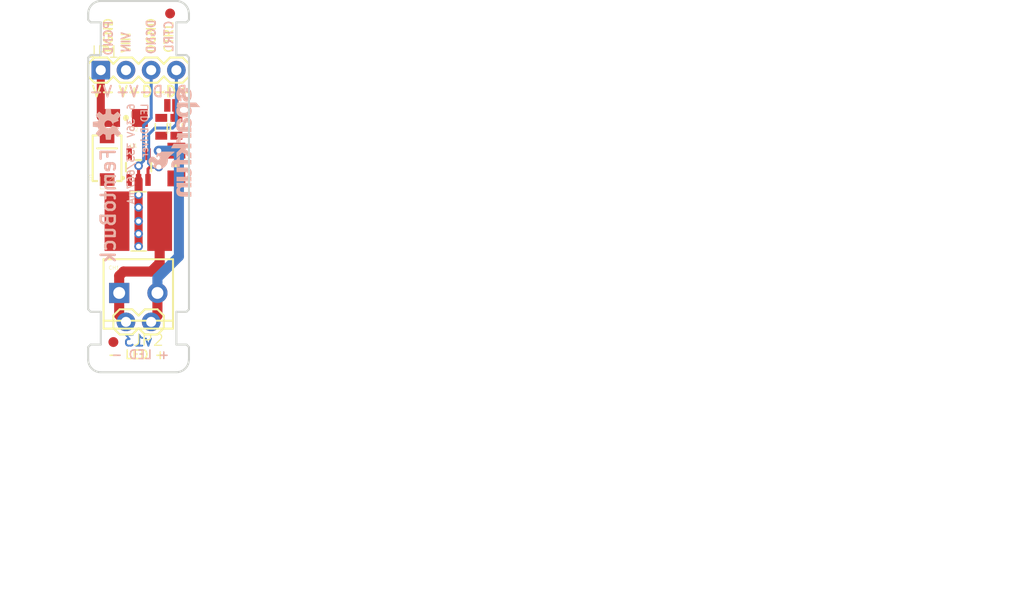
<source format=kicad_pcb>
(kicad_pcb (version 20211014) (generator pcbnew)
  (layers (0 "F.Cu" signal) (1 "In1.Cu" signal) (2 "In2.Cu" signal) (31 "B.Cu" signal) (34 "B.Paste" user) (35 "F.Paste" user) (36 "B.SilkS" user "B.Silkscreen") (37 "F.SilkS" user "F.Silkscreen") (38 "B.Mask" user) (39 "F.Mask" user) (44 "Edge.Cuts" user))
  (net 0 "")
  (net 1 "GND")
  (net 2 "VIN")
  (net 3 "OUT-")
  (net 4 "OUT+")
  (net 5 "SW")
  (net 6 "CTRL_CH1")
  (net 7 "N$1")
  (footprint "boardEagle:1X02@1" (layer "F.Cu") (at 149.7711 118.6511 180)
    (fp_text reference "JP2" (at -1.3462 -1.8288) (layer "F.SilkS") (effects (font (size 1.1557 1.1557) (thickness 0.1143)) (justify right)))
    (fp_text value "M02PTH")
    (fp_line (start -0.635 -1.27) (end -1.27 -0.635) (layer "F.SilkS") (width 0.2032))
    (fp_line (start 3.175 -1.27) (end 3.81 -0.635) (layer "F.SilkS") (width 0.2032))
    (fp_line (start -1.27 -0.635) (end -1.27 0.635) (layer "F.SilkS") (width 0.2032))
    (fp_line (start 0.635 1.27) (end -0.635 1.27) (layer "F.SilkS") (width 0.2032))
    (fp_line (start 1.27 -0.635) (end 1.905 -1.27) (layer "F.SilkS") (width 0.2032))
    (fp_line (start 3.81 0.635) (end 3.175 1.27) (layer "F.SilkS") (width 0.2032))
    (fp_line (start 1.905 1.27) (end 1.27 0.635) (layer "F.SilkS") (width 0.2032))
    (fp_line (start 3.81 -0.635) (end 3.81 0.635) (layer "F.SilkS") (width 0.2032))
    (fp_line (start 3.175 1.27) (end 1.905 1.27) (layer "F.SilkS") (width 0.2032))
    (fp_line (start -1.27 0.635) (end -0.635 1.27) (layer "F.SilkS") (width 0.2032))
    (fp_line (start 1.905 -1.27) (end 3.175 -1.27) (layer "F.SilkS") (width 0.2032))
    (fp_line (start 1.27 0.635) (end 0.635 1.27) (layer "F.SilkS") (width 0.2032))
    (fp_line (start -0.635 -1.27) (end 0.635 -1.27) (layer "F.SilkS") (width 0.2032))
    (fp_line (start 0.635 -1.27) (end 1.27 -0.635) (layer "F.SilkS") (width 0.2032))
    (pad "1" thru_hole circle (at 0 0 270) (size 1.8796 1.8796) (drill 1.016) (layers *.Cu *.Mask) (net 4 "OUT+"))
    (pad "2" thru_hole circle (at 2.54 0 270) (size 1.8796 1.8796) (drill 1.016) (layers *.Cu *.Mask) (net 3 "OUT-"))
  )
  (footprint "boardEagle:SMA-DIODE" (layer "F.Cu") (at 145.3261 102.1411 90)
    (fp_text reference "D1" (at -2.286 -1.651 90) (layer "F.SilkS") (effects (font (size 0.376489 0.376489) (thickness 0.029911)) (justify left)))
    (fp_text value "MBRA140")
    (fp_line (start -2.3 -1.45) (end 2.3 -1.45) (layer "F.SilkS") (width 0.2032))
    (fp_line (start -2.3 1.45) (end -2.3 1) (layer "F.SilkS") (width 0.2032))
    (fp_line (start -2.3 -1) (end -2.3 -1.45) (layer "F.SilkS") (width 0.2032))
    (fp_line (start 2.3 1.45) (end -2.3 1.45) (layer "F.SilkS") (width 0.2032))
    (fp_line (start 1 -1) (end 1 1) (layer "F.SilkS") (width 0.2032))
    (fp_line (start 2.3 1) (end 2.3 1.45) (layer "F.SilkS") (width 0.2032))
    (fp_line (start 2.3 -1.45) (end 2.3 -1) (layer "F.SilkS") (width 0.2032))
    (pad "A" smd rect (at -2.15 0 270) (size 1.27 1.47) (layers "F.Cu" "F.Paste" "F.Mask") (net 5 "SW"))
    (pad "C" smd rect (at 2.15 0 90) (size 1.27 1.47) (layers "F.Cu" "F.Paste" "F.Mask") (net 2 "VIN"))
  )
  (footprint "boardEagle:0805" (layer "F.Cu") (at 150.7871 98.9661 -90)
    (fp_text reference "R2" (at -0.762 -0.8255 90) (layer "F.SilkS") (effects (font (size 0.376489 0.376489) (thickness 0.029911)) (justify right)))
    (fp_text value "0.3R")
    (fp_line (start -0.3 0.6) (end 0.3 0.6) (layer "F.SilkS") (width 0.1524))
    (fp_line (start -0.3 -0.6) (end 0.3 -0.6) (layer "F.SilkS") (width 0.1524))
    (pad "1" smd rect (at -0.9 0 270) (size 0.8 1.2) (layers "F.Cu" "F.Paste" "F.Mask") (net 2 "VIN"))
    (pad "2" smd rect (at 0.9 0 270) (size 0.8 1.2) (layers "F.Cu" "F.Paste" "F.Mask") (net 4 "OUT+"))
  )
  (footprint "boardEagle:SMT-JUMPER_2_NO_NO-SILK" (layer "F.Cu") (at 151.8031 96.8071)
    (fp_text reference "SJ2" (at -0.908 -1.27) (layer "F.SilkS") (effects (font (size 0.367386 0.367386) (thickness 0.039014)) (justify left)))
    (fp_text value "NO Jumper")
    (pad "1" smd rect (at -0.4064 0) (size 0.635 1.27) (layers "F.Cu" "F.Mask") (net 2 "VIN"))
    (pad "2" smd rect (at 0.4064 0) (size 0.635 1.27) (layers "F.Cu" "F.Mask") (net 7 "N$1"))
  )
  (footprint "boardEagle:0805" (layer "F.Cu") (at 152.3111 98.9661 90)
    (fp_text reference "R1" (at -0.762 -0.8255 90) (layer "F.SilkS") (effects (font (size 0.376489 0.376489) (thickness 0.029911)) (justify left)))
    (fp_text value "0.3R")
    (fp_line (start -0.3 0.6) (end 0.3 0.6) (layer "F.SilkS") (width 0.1524))
    (fp_line (start -0.3 -0.6) (end 0.3 -0.6) (layer "F.SilkS") (width 0.1524))
    (pad "1" smd rect (at -0.9 0 90) (size 0.8 1.2) (layers "F.Cu" "F.Paste" "F.Mask") (net 4 "OUT+"))
    (pad "2" smd rect (at 0.9 0 90) (size 0.8 1.2) (layers "F.Cu" "F.Paste" "F.Mask") (net 7 "N$1"))
  )
  (footprint "boardEagle:1206-CAP" (layer "F.Cu") (at 152.3111 102.7761 -90)
    (fp_text reference "C1" (at -1.27 -1.143 90) (layer "F.SilkS") (effects (font (size 0.376489 0.376489) (thickness 0.029911)) (justify right)))
    (fp_text value "1uF")
    (fp_line (start 0 -0.0305) (end 0 0.0305) (layer "F.SilkS") (width 0.5588))
    (pad "1" smd rect (at -1.4 0 270) (size 1.6 1.8) (layers "F.Cu" "F.Paste" "F.Mask") (net 4 "OUT+"))
    (pad "2" smd rect (at 1.4 0 270) (size 1.6 1.8) (layers "F.Cu" "F.Paste" "F.Mask") (net 3 "OUT-"))
  )
  (footprint "boardEagle:SOT23-5" (layer "F.Cu") (at 148.5011 103.0301)
    (fp_text reference "U1" (at -0.889 -2.159) (layer "F.SilkS") (effects (font (size 0.367386 0.367386) (thickness 0.039014)) (justify left)))
    (fp_text value "AL8860" hide)
    (fp_line (start 1.27 -0.4294) (end 1.27 0.4294) (layer "F.SilkS") (width 0.2032))
    (fp_line (start -1.27 0.4294) (end -1.27 -0.4294) (layer "F.SilkS") (width 0.2032))
    (fp_line (start -0.2684 -0.7088) (end 0.2684 -0.7088) (layer "F.SilkS") (width 0.2032))
    (fp_poly (pts (xy -1.475255 0.916835) (xy -1.393085 0.999005) (xy -1.36301 1.11125) (xy -1.393085 1.223495) (xy -1.475255 1.305665) (xy -1.5875 1.33574) (xy -1.699745 1.305665) (xy -1.781915 1.223495) (xy -1.81199 1.11125) (xy -1.781915 0.999005) (xy -1.699745 0.916835) (xy -1.5875 0.88676)) (layer "F.SilkS") (width 0) (fill solid))
    (pad "1" smd rect (at -0.95 1.3001) (size 0.55 1.2) (layers "F.Cu" "F.Paste" "F.Mask") (net 5 "SW"))
    (pad "2" smd rect (at 0 1.3001) (size 0.55 1.2) (layers "F.Cu" "F.Paste" "F.Mask") (net 1 "GND"))
    (pad "3" smd rect (at 0.95 1.3001) (size 0.55 1.2) (layers "F.Cu" "F.Paste" "F.Mask") (net 6 "CTRL_CH1"))
    (pad "4" smd rect (at 0.95 -1.3001) (size 0.55 1.2) (layers "F.Cu" "F.Paste" "F.Mask") (net 4 "OUT+"))
    (pad "5" smd rect (at -0.95 -1.3001) (size 0.55 1.2) (layers "F.Cu" "F.Paste" "F.Mask") (net 2 "VIN"))
  )
  (footprint "boardEagle:FIDUCIAL-1X2" (layer "F.Cu") (at 145.9611 120.6831)
    (fp_text reference "FID2" hide)
    (fp_text value "FIDUCIAL1X2" hide)
    (pad "1" smd roundrect (at 0 0) (size 1 1) (layers "F.Cu" "F.Mask") (roundrect_rratio 0.5))
  )
  (footprint "boardEagle:SCREWTERMINAL-3.5MM-2_LOCK" (layer "F.Cu") (at 146.7231 115.7301)
    (fp_text reference "CH1" (at -1.27 -2.54) (layer "F.SilkS") (effects (font (size 0.367386 0.367386) (thickness 0.039014)) (justify left)))
    (fp_text value "")
    (fp_line (start -1.75 2.8) (end -1.75 -3.4) (layer "F.SilkS") (width 0.2032))
    (fp_line (start 5.25 -3.4) (end 5.25 2.8) (layer "F.SilkS") (width 0.2032))
    (fp_line (start -1.75 -3.4) (end 5.25 -3.4) (layer "F.SilkS") (width 0.2032))
    (fp_line (start -1.75 3.6) (end -1.75 2.8) (layer "F.SilkS") (width 0.2032))
    (fp_line (start 5.25 2.8) (end 5.25 3.6) (layer "F.SilkS") (width 0.2032))
    (fp_line (start 5.25 2.8) (end -1.75 2.8) (layer "F.SilkS") (width 0.2032))
    (fp_line (start 5.25 3.6) (end -1.75 3.6) (layer "F.SilkS") (width 0.2032))
    (pad "1" thru_hole rect (at -0.1778 0) (size 2.032 2.032) (drill 1.2) (layers *.Cu *.Mask) (net 3 "OUT-"))
    (pad "2" thru_hole circle (at 3.6778 0) (size 2.032 2.032) (drill 1.2) (layers *.Cu *.Mask) (net 4 "OUT+"))
  )
  (footprint "boardEagle:SRN6045" (layer "F.Cu") (at 148.5011 108.4911)
    (fp_text reference "L1" (at -4.175 -3.825) (layer "F.SilkS") (effects (font (size 1.230986 1.230986) (thickness 0.039014)) (justify left)))
    (fp_text value "33µH/±20%/1.4A")
    (fp_line (start -0.762 3) (end 0.762 3) (layer "F.SilkS") (width 0.1524))
    (fp_line (start -0.762 -2.969) (end 0.762 -2.969) (layer "F.SilkS") (width 0.1524))
    (pad "1" smd rect (at -2.175 0 90) (size 6 2.5) (layers "F.Cu" "F.Paste" "F.Mask") (net 5 "SW"))
    (pad "2" smd rect (at 2.125 0 90) (size 6 2.5) (layers "F.Cu" "F.Paste" "F.Mask") (net 3 "OUT-"))
  )
  (footprint "boardEagle:1X04" (layer "F.Cu") (at 144.6911 93.2511)
    (fp_text reference "JP1" (at -1.3462 -1.8288) (layer "F.SilkS") (effects (font (size 1.1557 1.1557) (thickness 0.1143)) (justify left)))
    (fp_text value "")
    (fp_line (start 6.985 -1.27) (end 6.35 -0.635) (layer "F.SilkS") (width 0.2032))
    (fp_line (start 0.635 -1.27) (end 1.27 -0.635) (layer "F.SilkS") (width 0.2032))
    (fp_line (start 3.81 -0.635) (end 4.445 -1.27) (layer "F.SilkS") (width 0.2032))
    (fp_line (start 3.175 1.27) (end 1.905 1.27) (layer "F.SilkS") (width 0.2032))
    (fp_line (start 8.255 -1.27) (end 8.89 -0.635) (layer "F.SilkS") (width 0.2032))
    (fp_line (start 1.27 0.635) (end 0.635 1.27) (layer "F.SilkS") (width 0.2032))
    (fp_line (start 8.89 0.635) (end 8.255 1.27) (layer "F.SilkS") (width 0.2032))
    (fp_line (start 4.445 1.27) (end 3.81 0.635) (layer "F.SilkS") (width 0.2032))
    (fp_line (start -1.27 -0.635) (end -1.27 0.635) (layer "F.SilkS") (width 0.2032))
    (fp_line (start -1.27 0.635) (end -0.635 1.27) (layer "F.SilkS") (width 0.2032))
    (fp_line (start 3.175 -1.27) (end 3.81 -0.635) (layer "F.SilkS") (width 0.2032))
    (fp_line (start 5.715 -1.27) (end 6.35 -0.635) (layer "F.SilkS") (width 0.2032))
    (fp_line (start 3.81 0.635) (end 3.175 1.27) (layer "F.SilkS") (width 0.2032))
    (fp_line (start -0.635 -1.27) (end -1.27 -0.635) (layer "F.SilkS") (width 0.2032))
    (fp_line (start 4.445 -1.27) (end 5.715 -1.27) (layer "F.SilkS") (width 0.2032))
    (fp_line (start 5.715 1.27) (end 4.445 1.27) (layer "F.SilkS") (width 0.2032))
    (fp_line (start 1.27 -0.635) (end 1.905 -1.27) (layer "F.SilkS") (width 0.2032))
    (fp_line (start 0.635 1.27) (end -0.635 1.27) (layer "F.SilkS") (width 0.2032))
    (fp_line (start 6.35 0.635) (end 5.715 1.27) (layer "F.SilkS") (width 0.2032))
    (fp_line (start 8.255 1.27) (end 6.985 1.27) (layer "F.SilkS") (width 0.2032))
    (fp_line (start 6.35 0.635) (end 6.985 1.27) (layer "F.SilkS") (width 0.2032))
    (fp_line (start 1.905 -1.27) (end 3.175 -1.27) (layer "F.SilkS") (width 0.2032))
    (fp_line (start -0.635 -1.27) (end 0.635 -1.27) (layer "F.SilkS") (width 0.2032))
    (fp_line (start 1.905 1.27) (end 1.27 0.635) (layer "F.SilkS") (width 0.2032))
    (fp_line (start 8.89 -0.635) (end 8.89 0.635) (layer "F.SilkS") (width 0.2032))
    (fp_line (start 6.985 -1.27) (end 8.255 -1.27) (layer "F.SilkS") (width 0.2032))
    (pad "1" thru_hole rect (at 0 0 90) (size 1.8796 1.8796) (drill 1.016) (layers *.Cu *.Mask) (net 1 "GND"))
    (pad "2" thru_hole circle (at 2.54 0 90) (size 1.8796 1.8796) (drill 1.016) (layers *.Cu *.Mask) (net 2 "VIN"))
    (pad "3" thru_hole circle (at 5.08 0 90) (size 1.8796 1.8796) (drill 1.016) (layers *.Cu *.Mask) (net 1 "GND"))
    (pad "4" thru_hole circle (at 7.62 0 90) (size 1.8796 1.8796) (drill 1.016) (layers *.Cu *.Mask) (net 6 "CTRL_CH1"))
  )
  (footprint "boardEagle:1206-CAP" (layer "F.Cu") (at 147.2311 98.0771 180)
    (fp_text reference "C2" (at -1.27 -1.143) (layer "F.SilkS") (effects (font (size 0.376489 0.376489) (thickness 0.029911)) (justify right)))
    (fp_text value "2.2uF")
    (fp_line (start 0 -0.0305) (end 0 0.0305) (layer "F.SilkS") (width 0.5588))
    (pad "1" smd rect (at -1.4 0 180) (size 1.6 1.8) (layers "F.Cu" "F.Paste" "F.Mask") (net 2 "VIN"))
    (pad "2" smd rect (at 1.4 0 180) (size 1.6 1.8) (layers "F.Cu" "F.Paste" "F.Mask") (net 1 "GND"))
  )
  (footprint "boardEagle:FIDUCIAL-1X2" (layer "F.Cu") (at 151.6761 87.5361)
    (fp_text reference "FID1" hide)
    (fp_text value "FIDUCIAL1X2" hide)
    (pad "1" smd roundrect (at 0 0) (size 1 1) (layers "F.Cu" "F.Mask") (roundrect_rratio 0.5))
  )
  (footprint "boardEagle:CREATIVE_COMMONS" (layer "F.Cu") (at 154.8511 145.3211)
    (fp_text reference "FRAME1" hide)
    (fp_text value "FRAME-LETTER" hide)
  )
  (footprint "boardEagle:OSHW-LOGO-S" (layer "B.Cu") (at 145.4531 98.7121 -90)
    (fp_text reference "LOGO1" hide)
    (fp_text value "OSHW-LOGOS" hide)
    (fp_poly (pts (xy 0.301647 1.061351) (xy 0.42347 1.022344) (xy 0.537177 0.963769) (xy 0.92862 1.282946) (xy 1.282946 0.92862) (xy 0.961035 0.533823) (xy 1.057046 0.302084) (xy 1.5638 0.250561) (xy 1.5638 -0.250561) (xy 1.057046 -0.302084) (xy 0.961035 -0.533823) (xy 1.282946 -0.92862) (xy 0.92862 -1.282946) (xy 0.537177 -0.96377) (xy 0.356601 -1.056794) (xy 0.088679 -0.410073) (xy 0.326262 -0.2176) (xy 0.373649 -0.121468) (xy 0.392729 -0.010339) (xy 0.379464 0.101634) (xy 0.334947 0.205229) (xy 0.262842 0.291918) (xy 0.169087 0.354561) (xy 0.061406 0.387999) (xy -0.051342 0.38948) (xy -0.159868 0.358881) (xy -0.255234 0.298724) (xy -0.329589 0.213962) (xy -0.376813 0.111569) (xy -0.392176 0.005767) (xy -0.322923 -0.222565) (xy -0.249312 -0.303773) (xy 0.091677 -0.5081) (xy -0.12929 -0.5081) (xy -0.355332 -1.053732) (xy -0.506597 -0.983577) (xy -0.538922 -0.965192) (xy -0.92862 -1.282946) (xy -1.282946 -0.92862) (xy -0.961035 -0.533823) (xy -1.057046 -0.302084) (xy -1.5638 -0.250561) (xy -1.5638 0.250561) (xy -1.057046 0.302084) (xy -0.961035 0.533823) (xy -1.282946 0.92862) (xy -0.92862 1.282946) (xy -0.533823 0.961035) (xy -0.302084 1.057046) (xy -0.250561 1.5638) (xy 0.250561 1.5638)) (layer "B.SilkS") (width 0) (fill solid))
  )
  (footprint "boardEagle:SFE_LOGO_NAME_FLAME_.1" (layer "B.Cu") (at 153.2001 100.6171 -90)
    (fp_text reference "LOGO2" hide)
    (fp_text value "SFE_LOGO_NAME_FLAME.1_INCH" hide)
    (fp_poly (pts (xy -2.588155 0.143065) (xy -2.601208 -0.039675) (xy -2.632597 -0.175693) (xy -2.69916 -0.335444) (xy -3.107009 -0.143515) (xy -3.06625 -0.034824) (xy -3.0571 0.038374) (xy -3.0571 0.155089)) (layer "B.SilkS") (width 0) (fill solid))
    (fp_poly (pts (xy 2.9191 0.038374) (xy 2.938709 -0.118498) (xy 2.947055 -0.168573) (xy 2.997003 -0.235171) (xy 3.034942 -0.257934) (xy 3.077852 -0.266516) (xy 3.131786 -0.275505) (xy 3.205498 -0.266291) (xy 3.257603 -0.257607) (xy 3.297373 -0.233745) (xy 3.329687 -0.201431) (xy 3.356428 -0.147949) (xy 3.383861 -0.083939) (xy 3.3929 -0.011626) (xy 3.3929 0.8741) (xy 3.8591 0.8741) (xy 3.8591 -0.6221) (xy 3.4129 -0.6221) (xy 3.4129 -0.490115) (xy 3.388107 -0.521107) (xy 3.331649 -0.566273) (xy 3.266621 -0.598786) (xy 3.21411 -0.619791) (xy 3.149789 -0.641231) (xy 3.07685 -0.651651) (xy 3.0128 -0.662326) (xy 2.862979 -0.651624) (xy 2.745139 -0.608773) (xy 2.64913 -0.555435) (xy 2.571015 -0.488479) (xy 2.515692 -0.388898) (xy 2.483895 -0.282909) (xy 2.4629 -0.167435) (xy 2.4629 0.8741) (xy 2.9191 0.8741)) (layer "B.SilkS") (width 0) (fill solid))
    (fp_poly (pts (xy -0.053218 0.8941) (xy -0.0209 0.8941) (xy -0.0209 0.4579) (xy -0.077994 0.4579) (xy -0.097995 0.4679) (xy -0.197099 0.4679) (xy -0.292452 0.458365) (xy -0.364659 0.440313) (xy -0.424131 0.406329) (xy -0.467583 0.354186) (xy -0.503633 0.2911) (xy -0.522052 0.22663) (xy -0.5409 0.141817) (xy -0.5409 -0.6221) (xy -1.0071 -0.6221) (xy -1.0071 0.797235) (xy -0.927357 0.813183) (xy -0.88369 0.8241) (xy -0.832772 0.8241) (xy -0.787357 0.833183) (xy -0.747361 0.843182) (xy -0.647357 0.863183) (xy -0.5609 0.884798) (xy -0.5609 0.694614) (xy -0.548513 0.710098) (xy -0.495806 0.773347) (xy -0.440482 0.817606) (xy -0.364627 0.860952) (xy -0.300263 0.882407) (xy -0.224336 0.9041) (xy -0.063218 0.9041)) (layer "B.SilkS") (width 0) (fill solid))
    (fp_poly (pts (xy 4.987431 0.893738) (xy 5.105473 0.861544) (xy 5.204168 0.806714) (xy 5.281009 0.729873) (xy 5.336022 0.641852) (xy 5.368105 0.534909) (xy 5.388837 0.420882) (xy 5.3991 0.287463) (xy 5.3991 -0.6221) (xy 4.9329 -0.6221) (xy 4.9329 0.213626) (xy 4.923233 0.290962) (xy 4.913349 0.36015) (xy 4.904607 0.412603) (xy 4.879344 0.454708) (xy 4.854997 0.487171) (xy 4.817058 0.509934) (xy 4.774148 0.518516) (xy 4.720214 0.527505) (xy 4.646502 0.518291) (xy 4.594397 0.509607) (xy 4.556475 0.486854) (xy 4.522349 0.444197) (xy 4.495 0.398615) (xy 4.468244 0.336183) (xy 4.4591 0.25389) (xy 4.4591 -0.6221) (xy 3.9929 -0.6221) (xy 3.9929 0.8741) (xy 4.4391 0.8741) (xy 4.4391 0.737981) (xy 4.465551 0.764433) (xy 4.51849 0.806784) (xy 4.584111 0.850531) (xy 4.711788 0.89309) (xy 4.777847 0.9041) (xy 4.842359 0.9041)) (layer "B.SilkS") (width 0) (fill solid))
    (fp_poly (pts (xy -4.650091 0.883105) (xy -4.545736 0.851798) (xy -4.449588 0.809066) (xy -4.361786 0.743214) (xy -4.296459 0.656112) (xy -4.24236 0.547915) (xy -4.214024 0.3779) (xy -4.660235 0.3779) (xy -4.675674 0.455097) (xy -4.692902 0.498168) (xy -4.706474 0.518526) (xy -4.728157 0.532981) (xy -4.764625 0.551215) (xy -4.806338 0.5679) (xy -4.962817 0.5679) (xy -4.98834 0.559392) (xy -5.028335 0.549394) (xy -5.04455 0.543989) (xy -5.0709 0.504465) (xy -5.0709 0.480689) (xy -5.063904 0.452706) (xy -5.041786 0.423214) (xy -5.00889 0.398542) (xy -4.954381 0.371288) (xy -4.900531 0.353338) (xy -4.821991 0.34352) (xy -4.580267 0.283089) (xy -4.485105 0.261942) (xy -4.337185 0.177416) (xy -4.270364 0.121732) (xy -4.225359 0.054224) (xy -4.191757 -0.024181) (xy -4.180576 -0.124807) (xy -4.201913 -0.263498) (xy -4.245127 -0.382336) (xy -4.310911 -0.470049) (xy -4.397589 -0.545892) (xy -4.505336 -0.599765) (xy -4.620835 -0.631265) (xy -4.744278 -0.651839) (xy -4.869 -0.662232) (xy -4.993722 -0.651839) (xy -5.117165 -0.631265) (xy -5.232664 -0.599765) (xy -5.340411 -0.545892) (xy -5.426835 -0.470271) (xy -5.502377 -0.373145) (xy -5.545994 -0.264102) (xy -5.57341 -0.0859) (xy -5.1209 -0.0859) (xy -5.1209 -0.176663) (xy -5.105496 -0.215171) (xy -5.081786 -0.246786) (xy -5.013573 -0.297945) (xy -4.96213 -0.306519) (xy -4.912148 -0.316516) (xy -4.860551 -0.325115) (xy -4.82369 -0.3159) (xy -4.783689 -0.3159) (xy -4.752301 -0.308053) (xy -4.71911 -0.291457) (xy -4.684028 -0.265146) (xy -4.663402 -0.24452) (xy -4.648272 -0.184) (xy -4.654947 -0.157301) (xy -4.669056 -0.129083) (xy -4.700292 -0.105656) (xy -4.745013 -0.078823) (xy -4.799665 -0.060606) (xy -4.957357 -0.021183) (xy -5.056869 -0.001281) (xy -5.149875 0.019387) (xy -5.233201 0.050634) (xy -5.306011 0.081839) (xy -5.379042 0.123571) (xy -5.446474 0.168526) (xy -5.492641 0.237776) (xy -5.526243 0.316181) (xy -5.537276 0.415473) (xy -5.526494 0.544851) (xy -5.481958 0.656192) (xy -5.405872 0.743148) (xy -5.330234 0.80798) (xy -5.221475 0.862359) (xy -5.116144 0.883426) (xy -5.002435 0.9041) (xy -4.765565 0.9041)) (layer "B.SilkS") (width 0) (fill solid))
    (fp_poly (pts (xy 0.5191 0.420647) (xy 0.95477 0.8741) (xy 1.524235 0.8741) (xy 0.950019 0.310719) (xy 1.561534 -0.6221) (xy 0.999776 -0.6221) (xy 0.623048 -0.013538) (xy 0.5191 -0.110556) (xy 0.5191 -0.6221) (xy 0.0529 -0.6221) (xy 0.0529 1.178757) (xy 0.5191 1.429788)) (layer "B.SilkS") (width 0) (fill solid))
    (fp_poly (pts (xy 1.993717 3.671922) (xy 2.07625 3.640972) (xy 2.141112 3.608541) (xy 2.186026 3.574855) (xy 2.262982 3.4979) (xy 2.134817 3.4979) (xy 2.104817 3.5079) (xy 2.085689 3.5079) (xy 2.049361 3.498818) (xy 2.003477 3.489641) (xy 1.97111 3.473458) (xy 1.939081 3.449435) (xy 1.925532 3.429112) (xy 1.916289 3.401383) (xy 1.906288 3.381381) (xy 1.901161 3.366) (xy 1.907608 3.34666) (xy 1.916362 3.311643) (xy 1.934017 3.28516) (xy 1.952313 3.248569) (xy 1.975275 3.225607) (xy 2.003014 3.207115) (xy 2.043016 3.177113) (xy 2.070157 3.159019) (xy 2.139995 3.1241) (xy 2.194817 3.1241) (xy 2.214112 3.130532) (xy 2.228989 3.14045) (xy 2.2429 3.182183) (xy 2.2429 3.317647) (xy 2.384602 3.246796) (xy 2.471998 3.148476) (xy 2.545691 3.022144) (xy 2.597893 2.87598) (xy 2.629297 2.70849) (xy 2.618813 2.519773) (xy 2.5665 2.331448) (xy 2.462878 2.144928) (xy 2.389618 2.050737) (xy 2.307044 1.968162) (xy 2.223524 1.895083) (xy 2.117984 1.831759) (xy 2.013127 1.789816) (xy 1.899165 1.758735) (xy 1.774153 1.7379) (xy 1.584156 1.7379) (xy 1.534397 1.729607) (xy 1.492803 1.704651) (xy 1.397805 1.628652) (xy 1.349163 1.570281) (xy 1.220168 1.441286) (xy 1.17017 1.371289) (xy 1.109159 1.310277) (xy 1.059163 1.250281) (xy 1.009854 1.200972) (xy 0.979855 1.160974) (xy 0.950607 1.131725) (xy 0.921391 1.0879) (xy 0.8529 1.0879) (xy 0.8529 2.40811) (xy 0.873579 2.594219) (xy 0.895711 2.660617) (xy 0.927577 2.724348) (xy 0.96323 2.78377) (xy 1.019708 2.817656) (xy 1.062171 2.849503) (xy 1.170674 2.892905) (xy 1.237847 2.9041) (xy 1.32569 2.9041) (xy 1.365689 2.8941) (xy 1.389994 2.8941) (xy 1.465319 2.856438) (xy 1.413569 2.804687) (xy 1.365617 2.780711) (xy 1.341581 2.772699) (xy 1.310607 2.741725) (xy 1.295532 2.719112) (xy 1.2891 2.699817) (xy 1.2891 2.682183) (xy 1.296288 2.660619) (xy 1.312313 2.628569) (xy 1.335275 2.605607) (xy 1.358833 2.589902) (xy 1.401903 2.572674) (xy 1.444772 2.5641) (xy 1.516311 2.5641) (xy 1.585357 2.581361) (xy 1.634944 2.61442) (xy 1.667004 2.654495) (xy 1.6829 2.702183) (xy 1.6829 2.758181) (xy 1.658357 2.815448) (xy 1.592404 2.890823) (xy 1.512425 2.980799) (xy 1.439661 3.063958) (xy 1.385008 3.162334) (xy 1.3629 3.261818) (xy 1.3629 3.352183) (xy 1.396667 3.453483) (xy 1.452486 3.531631) (xy 1.548938 3.617365) (xy 1.668145 3.682387) (xy 1.787565 3.7041) (xy 1.897183 3.7041)) (layer "B.SilkS") (width 0) (fill solid))
    (fp_poly (pts (xy -3.111177 0.893663) (xy -2.962155 0.840441) (xy -2.844159 0.765352) (xy -2.748559 0.65913) (xy -2.674097 0.542118) (xy -2.632095 0.405612) (xy -2.601168 0.261286) (xy -2.588205 0.066841) (xy -3.0571 0.078864) (xy -3.0571 0.203626) (xy -3.06625 0.276824) (xy -3.094369 0.351809) (xy -3.121828 0.41588) (xy -3.164732 0.467364) (xy -3.217225 0.50236) (xy -3.278817 0.528756) (xy -3.358736 0.537636) (xy -3.429824 0.52875) (xy -3.499939 0.502457) (xy -3.542195 0.468652) (xy -3.586172 0.41588) (xy -3.613631 0.351809) (xy -3.64175 0.276824) (xy -3.6509 0.203626) (xy -3.6509 0.040689) (xy -3.612778 -0.111799) (xy -3.586872 -0.172246) (xy -3.543277 -0.215841) (xy -3.490793 -0.259577) (xy -3.431611 -0.276487) (xy -3.349264 -0.285636) (xy -3.276004 -0.276479) (xy -3.206696 -0.259152) (xy -3.156348 -0.217195) (xy -3.121981 -0.174236) (xy -3.078477 -0.072726) (xy -2.666189 -0.266745) (xy -2.74818 -0.417061) (xy -2.844173 -0.513055) (xy -2.961359 -0.59828) (xy -3.090381 -0.641288) (xy -3.249628 -0.662521) (xy -3.440915 -0.63064) (xy -3.507348 -0.597423) (xy -3.614474 -0.533148) (xy -3.6409 -0.500115) (xy -3.6409 -1.515982) (xy -3.794451 -1.362431) (xy -3.944449 -1.242433) (xy -4.034451 -1.152431) (xy -4.0971 -1.102312) (xy -4.0971 0.795748) (xy -4.027361 0.813182) (xy -3.972773 0.8241) (xy -3.923689 0.8241) (xy -3.887361 0.833182) (xy -3.837357 0.843183) (xy -3.797361 0.853182) (xy -3.6509 0.882475) (xy -3.6509 0.757982) (xy -3.634449 0.774433) (xy -3.5808 0.817352) (xy -3.472399 0.882392) (xy -3.342153 0.9041) (xy -3.267731 0.9041)) (layer "B.SilkS") (width 0) (fill solid))
    (fp_poly (pts (xy -1.694625 0.03559) (xy -1.750006 0.0079) (xy -1.772817 0.0079) (xy -1.802817 -0.0021) (xy -1.842817 -0.0021) (xy -1.872817 -0.0121) (xy -1.910005 -0.0121) (xy -1.930006 -0.0221) (xy -1.985257 -0.0221) (xy -2.092126 0.258432) (xy -1.863797 0.283801) (xy -1.760372 0.298577)) (layer "B.SilkS") (width 0) (fill solid))
    (fp_poly (pts (xy 2.4391 1.379547) (xy 2.4391 1.0379) (xy 2.235689 1.0379) (xy 2.204301 1.030053) (xy 2.177088 1.016446) (xy 2.164019 0.996843) (xy 2.1591 0.987005) (xy 2.1591 0.95131) (xy 2.1491 0.911311) (xy 2.1491 0.8741) (xy 2.4191 0.8741) (xy 2.4191 0.5379) (xy 2.1491 0.5379) (xy 2.1491 -0.6221) (xy 1.6929 -0.6221) (xy 1.6929 0.5379) (xy 1.2267 0.5379) (xy 1.355972 0.634854) (xy 1.515974 0.794855) (xy 1.553786 0.823214) (xy 1.59195 0.8741) (xy 1.6929 0.8741) (xy 1.6929 1.042909) (xy 1.725634 1.130201) (xy 1.758171 1.206119) (xy 1.814868 1.274155) (xy 1.891287 1.328741) (xy 1.976902 1.371548) (xy 2.085408 1.4041) (xy 2.389994 1.4041)) (layer "B.SilkS") (width 0) (fill solid))
    (fp_poly (pts (xy -1.645228 0.8941) (xy -1.585227 0.8941) (xy -1.528098 0.882674) (xy -1.478097 0.862674) (xy -1.428098 0.852674) (xy -1.370171 0.829503) (xy -1.241786 0.733214) (xy -1.206459 0.686112) (xy -1.184214 0.641621) (xy -1.162326 0.586902) (xy -1.1509 0.529773) (xy -1.1509 -0.335005) (xy -1.1409 -0.355006) (xy -1.1409 -0.445005) (xy -1.1309 -0.465006) (xy -1.1309 -0.485005) (xy -1.1209 -0.505006) (xy -1.1209 -0.535005) (xy -1.117687 -0.541431) (xy -1.1009 -0.558218) (xy -1.1009 -0.6221) (xy -1.5671 -0.6221) (xy -1.5671 -0.589782) (xy -1.5771 -0.579782) (xy -1.5771 -0.569782) (xy -1.5871 -0.559782) (xy -1.5871 -0.529782) (xy -1.589 -0.527882) (xy -1.604727 -0.543608) (xy -1.642111 -0.568531) (xy -1.672112 -0.578532) (xy -1.702111 -0.598531) (xy -1.832817 -0.6421) (xy -1.862817 -0.6421) (xy -1.892817 -0.6521) (xy -1.932817 -0.6521) (xy -1.962817 -0.6621) (xy -2.082773 -0.6621) (xy -2.132772 -0.6521) (xy -2.18369 -0.6521) (xy -2.230749 -0.640335) (xy -2.284621 -0.618786) (xy -2.32816 -0.597017) (xy -2.358157 -0.577019) (xy -2.401569 -0.555313) (xy -2.438608 -0.518273) (xy -2.460113 -0.486016) (xy -2.490115 -0.446014) (xy -2.514882 -0.408863) (xy -2.525359 -0.356477) (xy -2.5471 -0.312994) (xy -2.5471 -0.257772) (xy -2.557786 -0.20434) (xy -2.536001 -0.08452) (xy -2.503952 0.011627) (xy -2.458806 0.090633) (xy -2.381046 0.157284) (xy -2.305245 0.200599) (xy -2.220346 0.232436) (xy -2.135754 0.253584) (xy -2.013895 0.267124) (xy -1.909247 -0.007577) (xy -1.974381 -0.029288) (xy -1.986431 -0.035313) (xy -1.996431 -0.045313) (xy -2.036431 -0.065313) (xy -2.046431 -0.075313) (xy -2.060602 -0.082398) (xy -2.0809 -0.122995) (xy -2.0809 -0.142994) (xy -2.0909 -0.162995) (xy -2.0909 -0.197817) (xy -2.0809 -0.227817) (xy -2.0809 -0.245005) (xy -2.077687 -0.251431) (xy -2.067687 -0.261431) (xy -2.060602 -0.275602) (xy -2.046431 -0.282687) (xy -2.036431 -0.292687) (xy -2.010005 -0.3059) (xy -1.990006 -0.3059) (xy -1.970005 -0.3159) (xy -1.950006 -0.3159) (xy -1.930005 -0.3259) (xy -1.892772 -0.3259) (xy -1.842773 -0.3159) (xy -1.797995 -0.3159) (xy -1.762298 -0.298052) (xy -1.724643 -0.288639) (xy -1.703275 -0.274393) (xy -1.688607 -0.259725) (xy -1.668608 -0.229727) (xy -1.652301 -0.213419) (xy -1.634289 -0.159383) (xy -1.624288 -0.139381) (xy -1.6171 -0.117817) (xy -1.6171 0.044353) (xy -1.650006 0.0279) (xy -1.670005 0.0279) (xy -1.690006 0.0179) (xy -1.768748 0.0179) (xy -1.8349 0.28251) (xy -1.730265 0.312406) (xy -1.675013 0.330823) (xy -1.635003 0.354829) (xy -1.6171 0.3787) (xy -1.6171 0.467005) (xy -1.640313 0.513431) (xy -1.650313 0.523431) (xy -1.657398 0.537602) (xy -1.697995 0.5579) (xy -1.717994 0.5579) (xy -1.737995 0.5679) (xy -1.900005 0.5679) (xy -1.986431 0.524687) (xy -2.017687 0.493431) (xy -2.023712 0.481381) (xy -2.033711 0.451383) (xy -2.0409 0.437005) (xy -2.0409 0.3579) (xy -2.513976 0.3579) (xy -2.48609 0.525212) (xy -2.46319 0.593914) (xy -2.430656 0.637292) (xy -2.400659 0.687288) (xy -2.366214 0.733214) (xy -2.320288 0.767659) (xy -2.215984 0.830241) (xy -2.159902 0.852674) (xy -2.108799 0.862895) (xy -2.048212 0.88309) (xy -1.985852 0.893484) (xy -1.932773 0.9041) (xy -1.695227 0.9041)) (layer "B.SilkS") (width 0) (fill solid))
  )
  (gr_line (start 153.3271 91.7271) (end 153.5811 91.9811) (layer "Edge.Cuts") (width 0.2032))
  (gr_arc (start 143.4211 87.5461) (mid 143.793074 86.648074) (end 144.6911 86.2761) (layer "Edge.Cuts") (width 0.2032))
  (gr_line (start 143.4211 91.9811) (end 143.4211 117.3811) (layer "Edge.Cuts") (width 0.2032))
  (gr_line (start 144.6911 117.6351) (end 144.6911 120.9371) (layer "Edge.Cuts") (width 0.2032))
  (gr_line (start 144.6911 120.9371) (end 143.6751 120.9371) (layer "Edge.Cuts") (width 0.2032))
  (gr_line (start 153.3271 117.6351) (end 152.3111 117.6351) (layer "Edge.Cuts") (width 0.2032))
  (gr_line (start 152.3111 117.6351) (end 152.3111 120.9371) (layer "Edge.Cuts") (width 0.2032))
  (gr_line (start 153.3271 88.4251) (end 152.3111 88.4251) (layer "Edge.Cuts") (width 0.2032))
  (gr_line (start 143.6751 120.9371) (end 143.4211 121.1911) (layer "Edge.Cuts") (width 0.2032))
  (gr_line (start 144.6911 91.7271) (end 143.6751 91.7271) (layer "Edge.Cuts") (width 0.2032))
  (gr_line (start 143.4211 117.3811) (end 143.6751 117.6351) (layer "Edge.Cuts") (width 0.2032))
  (gr_line (start 152.3111 91.7271) (end 153.3271 91.7271) (layer "Edge.Cuts") (width 0.2032))
  (gr_line (start 153.5811 121.1911) (end 153.5811 122.4611) (layer "Edge.Cuts") (width 0.2032))
  (gr_line (start 143.4211 87.5361) (end 143.4211 88.1711) (layer "Edge.Cuts") (width 0.2032))
  (gr_line (start 153.5811 87.5361) (end 153.5811 88.1711) (layer "Edge.Cuts") (width 0.2032))
  (gr_line (start 153.3271 120.9371) (end 153.5811 121.1911) (layer "Edge.Cuts") (width 0.2032))
  (gr_line (start 144.6911 88.4251) (end 144.6911 91.7271) (layer "Edge.Cuts") (width 0.2032))
  (gr_line (start 143.4211 121.1911) (end 143.4211 122.4611) (layer "Edge.Cuts") (width 0.2032))
  (gr_arc (start 152.2986 86.2761) (mid 153.196626 86.648074) (end 153.5686 87.5461) (layer "Edge.Cuts") (width 0.2032))
  (gr_line (start 152.3111 120.9371) (end 153.3271 120.9371) (layer "Edge.Cuts") (width 0.2032))
  (gr_arc (start 153.5686 122.4611) (mid 153.196626 123.359126) (end 152.2986 123.7311) (layer "Edge.Cuts") (width 0.2032))
  (gr_line (start 153.5811 88.1711) (end 153.3271 88.4251) (layer "Edge.Cuts") (width 0.2032))
  (gr_line (start 152.3111 88.4251) (end 152.3111 91.7271) (layer "Edge.Cuts") (width 0.2032))
  (gr_arc (start 144.6911 123.7311) (mid 143.793074 123.359126) (end 143.4211 122.4611) (layer "Edge.Cuts") (width 0.2032))
  (gr_line (start 143.4211 88.1711) (end 143.6751 88.4251) (layer "Edge.Cuts") (width 0.2032))
  (gr_line (start 152.2986 86.2761) (end 144.6911 86.2761) (layer "Edge.Cuts") (width 0.2032))
  (gr_line (start 143.6751 91.7271) (end 143.4211 91.9811) (layer "Edge.Cuts") (width 0.2032))
  (gr_line (start 144.6911 123.7311) (end 152.2986 123.7311) (layer "Edge.Cuts") (width 0.2032))
  (gr_line (start 153.5811 91.9811) (end 153.5811 117.3811) (layer "Edge.Cuts") (width 0.2032))
  (gr_line (start 153.5811 117.3811) (end 153.3271 117.6351) (layer "Edge.Cuts") (width 0.2032))
  (gr_line (start 143.6751 117.6351) (end 144.6911 117.6351) (layer "Edge.Cuts") (width 0.2032))
  (gr_line (start 143.6751 88.4251) (end 144.6911 88.4251) (layer "Edge.Cuts") (width 0.2032))
  (gr_text "v13" (at 150.0251 120.5561) (layer "B.Cu") (effects (font (size 1.0795 1.0795) (thickness 0.1905)) (justify left mirror)))
  (gr_text "VIN" (at 147.2311 89.3141 -270) (layer "B.SilkS") (effects (font (size 0.8636 0.8636) (thickness 0.1524)) (justify left mirror)))
  (gr_text "DGND" (at 149.7711 88.0441 -270) (layer "B.SilkS") (effects (font (size 0.8636 0.8636) (thickness 0.1524)) (justify left mirror)))
  (gr_text "D-" (at 149.7711 96.0451) (layer "B.SilkS") (effects (font (size 1.0795 1.0795) (thickness 0.1905)) (justify bottom mirror)))
  (gr_text "V-" (at 144.6911 96.0451) (layer "B.SilkS") (effects (font (size 1.0795 1.0795) (thickness 0.1905)) (justify bottom mirror)))
  (gr_text "LED Driver" (at 149.5171 96.5531 -270) (layer "B.SilkS") (effects (font (size 0.69088 0.69088) (thickness 0.12192)) (justify left bottom mirror)))
  (gr_text "6-36V 333/667mA" (at 147.7391 96.5531 -270) (layer "B.SilkS") (effects (font (size 0.69088 0.69088) (thickness 0.12192)) (justify left mirror)))
  (gr_text "+ LED -" (at 151.6761 122.4611) (layer "B.SilkS") (effects (font (size 0.8636 0.8636) (thickness 0.1524)) (justify left bottom mirror)))
  (gr_text "V+" (at 147.3581 96.0451) (layer "B.SilkS") (effects (font (size 1.0795 1.0795) (thickness 0.1905)) (justify bottom mirror)))
  (gr_text "FemtoBuck" (at 145.4531 100.9981 -270) (layer "B.SilkS") (effects (font (size 1.42494 1.42494) (thickness 0.25146)) (justify left mirror)))
  (gr_text "D+" (at 152.1841 96.0451) (layer "B.SilkS") (effects (font (size 1.0795 1.0795) (thickness 0.1905)) (justify bottom mirror)))
  (gr_text "CTRL" (at 151.5491 88.1711 -270) (layer "B.SilkS") (effects (font (size 0.8636 0.8636) (thickness 0.1524)) (justify left mirror)))
  (gr_text "PGND" (at 145.4531 88.1711 -270) (layer "B.SilkS") (effects (font (size 0.8636 0.8636) (thickness 0.1524)) (justify left mirror)))
  (gr_text "VIN" (at 147.2311 91.6001 90) (layer "F.SilkS") (effects (font (size 0.8636 0.8636) (thickness 0.1524)) (justify left)))
  (gr_text "D+" (at 152.4381 96.0451) (layer "F.SilkS") (effects (font (size 1.0795 1.0795) (thickness 0.1905)) (justify bottom)))
  (gr_text "D-" (at 150.0251 96.0451) (layer "F.SilkS") (effects (font (size 1.0795 1.0795) (thickness 0.1905)) (justify bottom)))
  (gr_text "DGND" (at 149.7711 91.6001 90) (layer "F.SilkS") (effects (font (size 0.8636 0.8636) (thickness 0.1524)) (justify left)))
  (gr_text "V-" (at 144.9451 96.0451) (layer "F.SilkS") (effects (font (size 1.0795 1.0795) (thickness 0.1905)) (justify bottom)))
  (gr_text "PGND" (at 145.4531 91.6001 90) (layer "F.SilkS") (effects (font (size 0.8636 0.8636) (thickness 0.1524)) (justify left)))
  (gr_text "CTRL" (at 151.5491 91.6001 90) (layer "F.SilkS") (effects (font (size 0.8636 0.8636) (thickness 0.1524)) (justify left)))
  (gr_text "V+" (at 147.6121 96.0451) (layer "F.SilkS") (effects (font (size 1.0795 1.0795) (thickness 0.1905)) (justify bottom)))
  (gr_text "- LED +" (at 145.3261 122.4611) (layer "F.SilkS") (effects (font (size 0.8636 0.8636) (thickness 0.1524)) (justify left bottom)))
  (segment (start 148.5011 105.8241) (end 148.5011 110.9041) (width 0.8128) (layer "F.Cu") (net 1))
  (segment (start 144.6911 97.9501) (end 144.8181 98.0771) (width 0.8128) (layer "F.Cu") (net 1))
  (segment (start 144.8181 98.0771) (end 145.8311 98.0771) (width 0.8128) (layer "F.Cu") (net 1))
  (segment (start 148.5011 104.3302) (end 148.5011 102.9031) (width 0.3048) (layer "F.Cu") (net 1))
  (segment (start 148.5011 104.3302) (end 148.5011 105.8241) (width 0.8128) (layer "F.Cu") (net 1))
  (segment (start 144.6911 93.2511) (end 144.6911 97.9501) (width 0.8128) (layer "F.Cu") (net 1))
  (via (at 148.5011 102.9031) (size 0.8636) (drill 0.508) (layers "F.Cu" "B.Cu") (net 1))
  (via (at 148.5011 105.8241) (size 0.8636) (drill 0.508) (layers "F.Cu" "B.Cu") (net 1))
  (via (at 148.5011 107.0941) (size 0.8636) (drill 0.508) (layers "F.Cu" "B.Cu") (net 1))
  (via (at 148.5011 109.7611) (size 0.8636) (drill 0.508) (layers "F.Cu" "B.Cu") (net 1))
  (via (at 148.5011 111.0311) (size 0.8636) (drill 0.508) (layers "F.Cu" "B.Cu") (net 1))
  (via (at 148.5011 108.4911) (size 0.8636) (drill 0.508) (layers "F.Cu" "B.Cu") (net 1))
  (segment (start 149.0091 102.3951) (end 149.0091 98.8391) (width 0.3048) (layer "B.Cu") (net 1))
  (segment (start 149.7711 98.0771) (end 149.7711 93.2511) (width 0.3048) (layer "B.Cu") (net 1))
  (segment (start 149.0091 98.8391) (end 149.7711 98.0771) (width 0.3048) (layer "B.Cu") (net 1))
  (segment (start 148.5011 102.9031) (end 149.0091 102.3951) (width 0.3048) (layer "B.Cu") (net 1))
  (segment (start 146.9771 113.5711) (end 146.5453 114.0029) (width 1.016) (layer "F.Cu") (net 3))
  (segment (start 150.6261 108.4911) (end 150.6261 112.7161) (width 1.016) (layer "F.Cu") (net 3))
  (segment (start 146.5453 115.7301) (end 146.5453 117.9653) (width 1.016) (layer "F.Cu") (net 3))
  (segment (start 146.5453 117.9653) (end 147.2311 118.6511) (width 1.016) (layer "F.Cu") (net 3))
  (segment (start 149.7711 113.5711) (end 146.9771 113.5711) (width 1.016) (layer "F.Cu") (net 3))
  (segment (start 149.7711 113.5711) (end 150.6261 112.7161) (width 1.016) (layer "F.Cu") (net 3))
  (segment (start 146.5453 115.7301) (end 146.5453 114.0029) (width 1.016) (layer "F.Cu") (net 3))
  (segment (start 150.4009 118.0213) (end 149.7711 118.6511) (width 1.016) (layer "F.Cu") (net 4))
  (segment (start 150.4009 115.7301) (end 150.4009 118.0213) (width 1.016) (layer "F.Cu") (net 4))
  (via (at 150.5331 101.3791) (size 0.8636) (drill 0.508) (layers "F.Cu" "B.Cu") (net 4))
  (segment (start 152.1841 101.3791) (end 152.5651 101.7601) (width 1.016) (layer "B.Cu") (net 4))
  (segment (start 152.5651 112.0471) (end 150.4009 114.2113) (width 1.016) (layer "B.Cu") (net 4))
  (segment (start 152.5651 101.7601) (end 152.5651 112.0471) (width 1.016) (layer "B.Cu") (net 4))
  (segment (start 150.5331 101.3791) (end 152.1841 101.3791) (width 1.016) (layer "B.Cu") (net 4))
  (segment (start 150.4009 115.7301) (end 150.4009 114.2113) (width 1.016) (layer "B.Cu") (net 4))
  (segment (start 149.6441 103.0301) (end 150.5331 103.0301) (width 0.3048) (layer "F.Cu") (net 6))
  (segment (start 149.4511 103.2231) (end 149.6441 103.0301) (width 0.3048) (layer "F.Cu") (net 6))
  (segment (start 149.4511 104.3302) (end 149.4511 103.2231) (width 0.3048) (layer "F.Cu") (net 6))
  (via (at 150.5331 103.0301) (size 0.8636) (drill 0.508) (layers "F.Cu" "B.Cu") (net 6))
  (segment (start 150.1521 99.0931) (end 151.9301 99.0931) (width 0.3048) (layer "B.Cu") (net 6))
  (segment (start 150.5331 103.0301) (end 149.8981 103.0301) (width 0.3048) (layer "B.Cu") (net 6))
  (segment (start 149.8981 103.0301) (end 149.5171 102.6491) (width 0.3048) (layer "B.Cu") (net 6))
  (segment (start 151.9301 99.0931) (end 152.3111 98.7121) (width 0.3048) (layer "B.Cu") (net 6))
  (segment (start 149.5171 102.6491) (end 149.5171 99.7281) (width 0.3048) (layer "B.Cu") (net 6))
  (segment (start 149.5171 99.7281) (end 150.1521 99.0931) (width 0.3048) (layer "B.Cu") (net 6))
  (segment (start 152.3111 98.7121) (end 152.3111 93.2511) (width 0.3048) (layer "B.Cu") (net 6))
  (segment (start 152.2095 96.8071) (end 152.2531 98.0081) (width 0.4064) (layer "F.Cu") (net 7))
  (segment (start 152.2531 98.0081) (end 152.3111 98.0661) (width 0.4064) (layer "F.Cu") (net 7))
)
</source>
